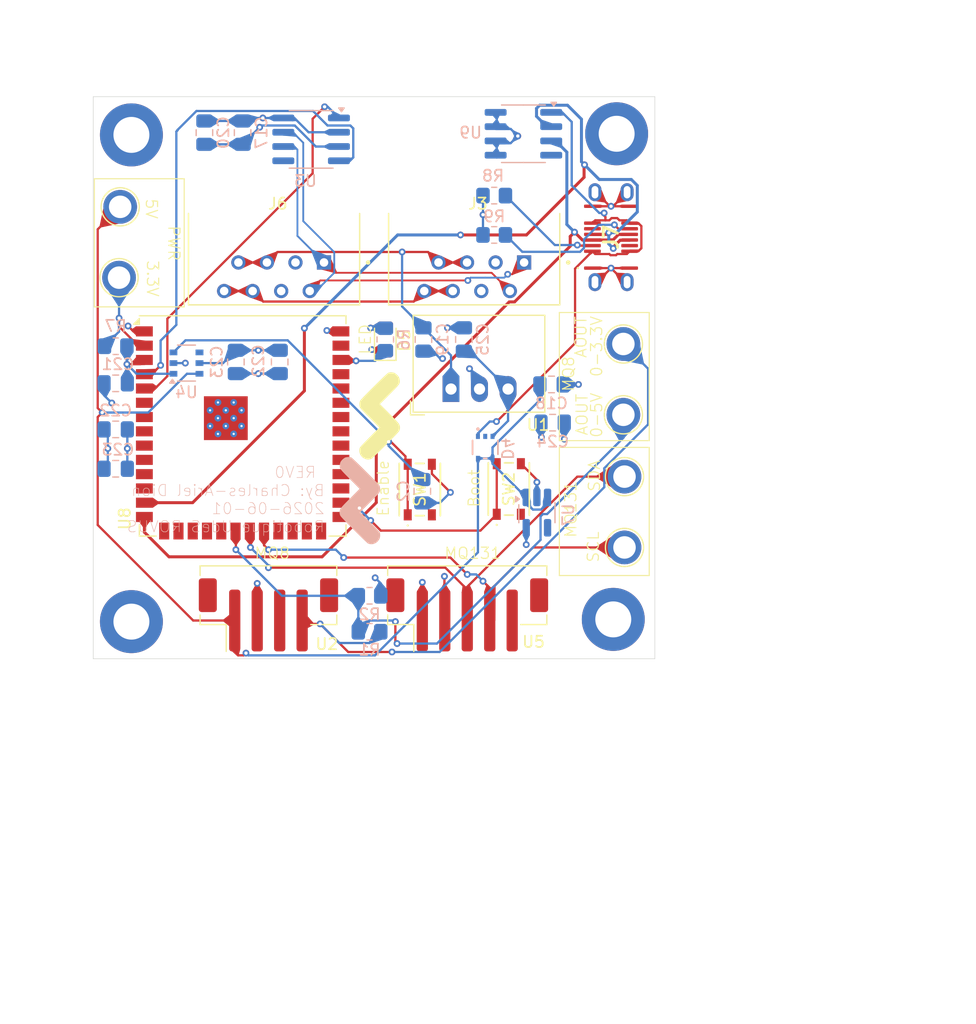
<source format=kicad_pcb>
(kicad_pcb (version 20241229) (generator "pcbnew") (generator_version "9.0")
  (layers (0 "F.Cu" signal) (4 "In1.Cu" power "GND") (6 "In2.Cu" power "3.3V") (2 "B.Cu" signal) (13 "F.Paste" user) (15 "B.Paste" user) (5 "F.SilkS" user "F.Silkscreen") (7 "B.SilkS" user "B.Silkscreen") (1 "F.Mask" user) (3 "B.Mask" user) (25 "Edge.Cuts" user))
  (property "AUTHOR" "<ENTER_AUTOR_HERE>")
  (property "GROUP_NAME" "Robotique UdeS")
  (property "REVISION" "0")
  (property "TEAM" "ROVUS")
  (net 0 "")
  (net 1 "GND")
  (net 2 "EN_ESP")
  (net 3 "+3.3V")
  (net 4 "+5V")
  (net 5 "+24V")
  (net 6 "+5V_ETH")
  (net 8 "+5V_USB")
  (net 9 "Net-(D5-A)")
  (net 11 "CAN_N")
  (net 13 "CAN_P")
  (net 14 "EN_SW")
  (net 17 "USB_P")
  (net 18 "Net-(J7-CC2)")
  (net 19 "Net-(J7-CC1)")
  (net 20 "USB_N")
  (net 26 "LED_BUILDIN")
  (net 27 "GPIO_0")
  (net 28 "MQ131_SDA")
  (net 29 "MQ131_SCL")
  (net 30 "MQ8_AOUT")
  (net 31 "RXC")
  (net 32 "TXC")
  (net 63 "/Sensors/MQ8_AOUT_5V")
  (footprint "RoverFootprint:MountingHole" (layer "F.Cu") (at 76.6 33.3)
    (property "Reference" "H10" (hide yes))
    (property "Value" "MountingHole_Pad")
  )
  (footprint "LED_SMD:LED_0805_2012Metric_Pad1.15x1.40mm_HandSolder" (layer "F.Cu") (at 56 51.6 90)
    (property "Reference" "D5")
    (property "Value" "B")
  )
  (footprint "RoverFootprint:Ethernet_Horizontal" (layer "F.Cu") (at 46.1 38.4 180)
    (property "Reference" "J6")
    (property "Value" "Eth-Horiz")
  )
  (footprint "RoverFootprint:Ethernet_Horizontal" (layer "F.Cu") (at 63.916 38.4 180)
    (property "Reference" "J3")
    (property "Value" "Eth-Horiz")
  )
  (footprint "RoverFootprint:USB4145_GCT" (layer "F.Cu") (at 76.1 42.5 90)
    (property "Reference" "J7")
    (property "Value" "USB_C_USB4145-GCT" (hide yes))
  )
  (footprint "Connector_JST:JST_PH_B5B-PH-SM4-TB_1x05-1MP_P2.00mm_Vertical" (layer "F.Cu") (at 63.3 76.1)
    (property "Reference" "U5")
    (property "Value" "MQ-131")
  )
  (footprint "Converter_DCDC:Converter_DCDC_RECOM_R-78E-0.5_THT" (layer "F.Cu") (at 61.853 56.0075)
    (property "Reference" "U1")
    (property "Value" "R-78E5.0-0.5")
  )
  (footprint "RoverFootprint:MountingHole" (layer "F.Cu") (at 33.4 33.4)
    (property "Reference" "H9" (hide yes))
    (property "Value" "MountingHole_Pad")
  )
  (footprint "RoverFootprint:MountingHole" (layer "F.Cu") (at 76.3 76.5)
    (property "Reference" "H11" (hide yes))
    (property "Value" "MountingHole_Pad")
  )
  (footprint "RoverFootprint:SW-PTS815 SJM250SMTRLFS" (layer "F.Cu") (at 67 64.9 90)
    (property "Reference" "SW2")
    (property "Value" "SW-PTS815SJM250SMTRLFS")
  )
  (footprint "TestPoint:TestPoint_Plated_Hole_D2.0mm" (layer "F.Cu") (at 77.2 58.3 90)
    (property "Reference" "TP4" (hide yes))
    (property "Value" "TestPoint")
  )
  (footprint "RoverFootprint:MountingHole" (layer "F.Cu") (at 33.4 76.7)
    (property "Reference" "H12" (hide yes))
    (property "Value" "MountingHole_Pad")
  )
  (footprint "TestPoint:TestPoint_Plated_Hole_D2.0mm" (layer "F.Cu") (at 77.2 52 90)
    (property "Reference" "TP1" (hide yes))
    (property "Value" "TestPoint")
  )
  (footprint "TestPoint:TestPoint_Plated_Hole_D2.0mm" (layer "F.Cu") (at 32.3 46.1 -90)
    (property "Reference" "TP6" (hide yes))
    (property "Value" "TestPoint")
  )
  (footprint "RoverFootprint:SW-PTS815 SJM250SMTRLFS" (layer "F.Cu") (at 59.074999 64.950001 90)
    (property "Reference" "SW1")
    (property "Value" "SW-PTS815SJM250SMTRLFS")
  )
  (footprint "TestPoint:TestPoint_Plated_Hole_D2.0mm" (layer "F.Cu") (at 77.3 70.1 90)
    (property "Reference" "TP3" (hide yes))
    (property "Value" "TestPoint")
  )
  (footprint "RF_Module:ESP32-S3-WROOM-1U" (layer "F.Cu") (at 43.304394 59.29)
    (property "Reference" "U8")
    (property "Value" "ESP32-S3-WROVER")
  )
  (footprint "TestPoint:TestPoint_Plated_Hole_D2.0mm" (layer "F.Cu") (at 32.4 39.8 -90)
    (property "Reference" "TP7" (hide yes))
    (property "Value" "TestPoint")
  )
  (footprint "TestPoint:TestPoint_Plated_Hole_D2.0mm" (layer "F.Cu") (at 77.3 63.8 90)
    (property "Reference" "TP2" (hide yes))
    (property "Value" "TestPoint")
  )
  (footprint "Connector_JST:JST_PH_B4B-PH-SM4-TB_1x04-1MP_P2.00mm_Vertical" (layer "F.Cu") (at 45.6 76.1)
    (property "Reference" "U2")
    (property "Value" "MQ-8")
  )
  (footprint "LOGO" (layer "F.Cu") (at 55.339123 58.164498)
    (property "Reference" "G***" (hide yes))
    (property "Value" "LOGO" (hide yes))
  )
  (footprint "Capacitor_SMD:C_0805_2012Metric_Pad1.18x1.45mm_HandSolder" (layer "B.Cu") (at 59.4 51.6 -90)
    (property "Reference" "C19")
    (property "Value" "10uF")
  )
  (footprint "Capacitor_SMD:C_0805_2012Metric_Pad1.18x1.45mm_HandSolder" (layer "B.Cu") (at 59.3 65.1 -90)
    (property "Reference" "C2")
    (property "Value" "100nF")
  )
  (footprint "Resistor_SMD:R_0805_2012Metric_Pad1.20x1.40mm_HandSolder" (layer "B.Cu") (at 32 52.2)
    (property "Reference" "R7")
    (property "Value" "10k")
  )
  (footprint "Capacitor_SMD:C_0805_2012Metric_Pad1.18x1.45mm_HandSolder" (layer "B.Cu") (at 63 51.6 90)
    (property "Reference" "C25")
    (property "Value" "10uF")
  )
  (footprint "Package_TO_SOT_SMD:SOT-23-5_HandSoldering" (layer "B.Cu") (at 69.5 67 -90)
    (property "Reference" "U7")
    (property "Value" "LDO-TLV74033PDBVR")
  )
  (footprint "Capacitor_SMD:C_0805_2012Metric_Pad1.18x1.45mm_HandSolder" (layer "B.Cu") (at 46.6 53.6 -90)
    (property "Reference" "C22")
    (property "Value" "10uF")
  )
  (footprint "Capacitor_SMD:C_0805_2012Metric_Pad1.18x1.45mm_HandSolder" (layer "B.Cu") (at 70.9 59)
    (property "Reference" "C24")
    (property "Value" "10uF")
  )
  (footprint "Capacitor_SMD:C_0805_2012Metric_Pad1.18x1.45mm_HandSolder" (layer "B.Cu") (at 42.7 53.6 90)
    (property "Reference" "C23")
    (property "Value" "100nF")
  )
  (footprint "Capacitor_SMD:C_0805_2012Metric_Pad1.18x1.45mm_HandSolder" (layer "B.Cu") (at 32 59.6 180)
    (property "Reference" "C22")
    (property "Value" "10uF")
  )
  (footprint "Resistor_SMD:R_0805_2012Metric_Pad1.20x1.40mm_HandSolder" (layer "B.Cu") (at 65.7 42.3 180)
    (property "Reference" "R9")
    (property "Value" "5k")
  )
  (footprint "Package_SO:TSOP-6_1.65x3.05mm_P0.95mm" (layer "B.Cu") (at 38.3 53.7)
    (property "Reference" "U4")
    (property "Value" "Volt_check-NCV308")
  )
  (footprint "Resistor_SMD:R_0805_2012Metric_Pad1.20x1.40mm_HandSolder" (layer "B.Cu") (at 65.7 38.8 180)
    (property "Reference" "R8")
    (property "Value" "5k")
  )
  (footprint "Capacitor_SMD:C_0805_2012Metric_Pad1.18x1.45mm_HandSolder" (layer "B.Cu") (at 39.9 33.2 90)
    (property "Reference" "C20")
    (property "Value" "100nF")
  )
  (footprint "Resistor_SMD:R_0805_2012Metric_Pad1.20x1.40mm_HandSolder" (layer "B.Cu") (at 54.6 74.4)
    (property "Reference" "R2")
    (property "Value" "20k")
  )
  (footprint "Resistor_SMD:R_0805_2012Metric_Pad1.20x1.40mm_HandSolder" (layer "B.Cu") (at 54.6 77.6 180)
    (property "Reference" "R1")
    (property "Value" "10k")
  )
  (footprint "Capacitor_SMD:C_0805_2012Metric_Pad1.18x1.45mm_HandSolder" (layer "B.Cu") (at 32 55.5 180)
    (property "Reference" "C21")
    (property "Value" "1uF")
  )
  (footprint "LOGO" (layer "B.Cu") (at 53.9 65.7 180)
    (property "Reference" "G***" (hide yes))
    (property "Value" "LOGO" (hide yes))
  )
  (footprint "Capacitor_SMD:C_0805_2012Metric_Pad1.18x1.45mm_HandSolder" (layer "B.Cu") (at 70.8 55.6)
    (property "Reference" "C18")
    (property "Value" "10uF")
  )
  (footprint "Resistor_SMD:R_0805_2012Metric_Pad1.20x1.40mm_HandSolder" (layer "B.Cu") (at 56 51.6 90)
    (property "Reference" "R6")
    (property "Value" "1k")
  )
  (footprint "RoverFootprint:Diode_schottky-CVJ10F30" (layer "B.Cu") (at 64.9 61.2 -90)
    (property "Reference" "D4")
    (property "Value" "CVJ10F30")
  )
  (footprint "Capacitor_SMD:C_0805_2012Metric_Pad1.18x1.45mm_HandSolder" (layer "B.Cu") (at 43.3 33.2 90)
    (property "Reference" "C17")
    (property "Value" "10uF")
  )
  (footprint "Package_SO:SOIC-8_3.9x4.9mm_P1.27mm" (layer "B.Cu") (at 49.4 33.8 180)
    (property "Reference" "U3")
    (property "Value" "SN65HVD232")
  )
  (footprint "Package_SO:SOIC-8_3.9x4.9mm_P1.27mm" (layer "B.Cu") (at 68.3 33.3 180)
    (property "Reference" "U9")
    (property "Value" "TVS")
  )
  (footprint "Capacitor_SMD:C_0805_2012Metric_Pad1.18x1.45mm_HandSolder" (layer "B.Cu") (at 32 63.1)
    (property "Reference" "C23")
    (property "Value" "100nF")
  )
  (gr_line (start 79.5 72.6) (end 71.5 72.6) (stroke (width 0.1)) (layer "F.SilkS"))
  (gr_line (start 71.5 72.6) (end 71.5 61.2) (stroke (width 0.1)) (layer "F.SilkS"))
  (gr_line (start 71.5 61.2) (end 79.5 61.2) (stroke (width 0.1)) (layer "F.SilkS"))
  (gr_line (start 79.5 60.6) (end 71.5 60.6) (stroke (width 0.1)) (layer "F.SilkS"))
  (gr_line (start 30.1 37.3) (end 38.1 37.3) (stroke (width 0.1)) (layer "F.SilkS"))
  (gr_line (start 71.5 49.2) (end 79.5 49.2) (stroke (width 0.1)) (layer "F.SilkS"))
  (gr_line (start 30.1 48.7) (end 30.1 37.3) (stroke (width 0.1)) (layer "F.SilkS"))
  (gr_line (start 79.5 49.2) (end 79.5 60.6) (stroke (width 0.1)) (layer "F.SilkS"))
  (gr_line (start 38.1 37.3) (end 38.1 48.7) (stroke (width 0.1)) (layer "F.SilkS"))
  (gr_line (start 71.5 60.6) (end 71.5 49.2) (stroke (width 0.1)) (layer "F.SilkS"))
  (gr_line (start 79.5 61.2) (end 79.5 72.6) (stroke (width 0.1)) (layer "F.SilkS"))
  (gr_line (start 38.1 48.7) (end 30.1 48.7) (stroke (width 0.1)) (layer "F.SilkS"))
  (gr_line (start 30 30) (end 80 30) (stroke (width 0.05)) (layer "Edge.Cuts"))
  (gr_line (start 30 30) (end 30 80) (stroke (width 0.05)) (layer "Edge.Cuts"))
  (gr_line (start 30 80) (end 80 80) (stroke (width 0.05)) (layer "Edge.Cuts"))
  (gr_line (start 80 30) (end 80 80) (stroke (width 0.05)) (layer "Edge.Cuts"))
  (gr_text "0-3.3V" (at 75.4 55 90) (layer "F.SilkS") (effects (font (size 1 1) (thickness 0.1)) (justify left bottom)))
  (gr_text "Enable" (at 56.4 67.4 90) (layer "F.SilkS") (effects (font (size 1 1) (thickness 0.1)) (justify left bottom)))
  (gr_text "PWR" (at 36.6 41.4 270) (layer "F.SilkS") (effects (font (size 1 1) (thickness 0.1)) (justify left bottom)))
  (gr_text "MQ8" (at 72.9 56.3 90) (layer "F.SilkS") (effects (font (size 1 1) (thickness 0.1)) (justify left bottom)))
  (gr_text "SDA\n" (at 75.2 65.2 90) (layer "F.SilkS") (effects (font (size 1 1) (thickness 0.1)) (justify left bottom)))
  (gr_text "LED" (at 54.8 53 90) (layer "F.SilkS") (effects (font (size 1 1) (thickness 0.1)) (justify left bottom)))
  (gr_text "MQ8" (at 44.3 71.2 0) (layer "F.SilkS") (effects (font (size 1 1) (thickness 0.1)) (justify left bottom)))
  (gr_text "0-5V" (at 75.4 60.4 90) (layer "F.SilkS") (effects (font (size 1 1) (thickness 0.1)) (justify left bottom)))
  (gr_text "3.3V" (at 34.7 44.5 270) (layer "F.SilkS") (effects (font (size 1 1) (thickness 0.1)) (justify left bottom)))
  (gr_text "AOUT" (at 74.1 60.2 90) (layer "F.SilkS") (effects (font (size 1 1) (thickness 0.1)) (justify left bottom)))
  (gr_text "Boot" (at 64.5 66.6 90) (layer "F.SilkS") (effects (font (size 1 1) (thickness 0.1)) (justify left bottom)))
  (gr_text "MQ131" (at 61.2 71.2 0) (layer "F.SilkS") (effects (font (size 1 1) (thickness 0.1)) (justify left bottom)))
  (gr_text "5V" (at 34.6 39 270) (layer "F.SilkS") (effects (font (size 1 1) (thickness 0.1)) (justify left bottom)))
  (gr_text "SCL" (at 75.1 71.5 90) (layer "F.SilkS") (effects (font (size 1 1) (thickness 0.1)) (justify left bottom)))
  (gr_text "MQ131" (at 73.1 69.3 90) (layer "F.SilkS") (effects (font (size 1 1) (thickness 0.1)) (justify left bottom)))
  (gr_text "AOUT" (at 74 53.3 90) (layer "F.SilkS") (effects (font (size 1 1) (thickness 0.1)) (justify left bottom)))
  (gr_text "${PROJECTNAME} REV${REVISION}\nBy: Charles-Ariel Dion\n${CURRENT_DATE}\n${GROUP_NAME} ${TEAM}\n" (at 50.639123 68.835502 0) (layer "B.SilkS") (effects (font (size 1 1) (thickness 0.05) (bold yes)) (justify left bottom mirror)))
  (segment (start 44.195 47.29) (end 45.13 48.225) (width 0.2) (layer "F.Cu") (net 1))
  (segment (start 75.07 46.28) (end 75.07 46.5) (width 0.2) (layer "F.Cu") (net 1))
  (segment (start 76.1 45.25) (end 77.35 46.5) (width 0.2) (layer "F.Cu") (net 1))
  (segment (start 77.53 38.5) (end 76.28 39.75) (width 0.2) (layer "F.Cu") (net 1))
  (segment (start 33.58 50.88) (end 33.1 50.4) (width 0.2) (layer "F.Cu") (net 1))
  (segment (start 68.074999 62.649999) (end 69.5 64.075) (width 0.2) (layer "F.Cu") (net 1))
  (segment (start 77.35 46.5) (end 77.93 46.5) (width 0.2) (layer "F.Cu") (net 1))
  (segment (start 76.1 45.25) (end 75.07 46.28) (width 0.2) (layer "F.Cu") (net 1))
  (segment (start 61.268815 72.668815) (end 61.268815 74.568815) (width 0.2) (layer "F.Cu") (net 1))
  (segment (start 61.268815 74.568815) (end 61.3 74.6) (width 0.2) (layer "F.Cu") (net 1))
  (segment (start 69.5 64.075) (end 69.5 64.3) (width 0.2) (layer "F.Cu") (net 1))
  (segment (start 74.67 38.5) (end 74.75 38.5) (width 0.2) (layer "F.Cu") (net 1))
  (segment (start 45.13 48.225) (end 56.5 48.225) (width 0.2) (layer "F.Cu") (net 1))
  (segment (start 52.054394 50.88) (end 50.88 50.88) (width 0.2) (layer "F.Cu") (net 1))
  (segment (start 41.655 47.29) (end 44.195 47.29) (width 0.2) (layer "F.Cu") (net 1))
  (segment (start 60.149998 62.7) (end 60.149998 63.549998) (width 0.2) (layer "F.Cu") (net 1))
  (segment (start 60.149998 63.549998) (end 61.8 65.2) (width 0.2) (layer "F.Cu") (net 1))
  (segment (start 56.5 48.225) (end 58.536 48.225) (width 0.2) (layer "F.Cu") (net 1))
  (segment (start 34.554394 50.88) (end 33.58 50.88) (width 0.2) (layer "F.Cu") (net 1))
  (segment (start 76.3 45.25) (end 76.1 45.25) (width 0.2) (layer "F.Cu") (net 1))
  (segment (start 50.88 50.88) (end 50.8 50.8) (width 0.2) (layer "F.Cu") (net 1))
  (segment (start 54.925 52.625) (end 54.8 52.5) (width 0.2) (layer "F.Cu") (net 1))
  (segment (start 74.75 38.5) (end 76 39.75) (width 0.2) (layer "F.Cu") (net 1))
  (segment (start 76.28 39.75) (end 76.1 39.75) (width 0.2) (layer "F.Cu") (net 1))
  (segment (start 74.445 39.75) (end 76 39.75) (width 0.2) (layer "F.Cu") (net 1))
  (segment (start 76 39.75) (end 77.755 39.75) (width 0.2) (layer "F.Cu") (net 1))
  (segment (start 59.471 47.29) (end 62.011 47.29) (width 0.2) (layer "F.Cu") (net 1))
  (segment (start 44.6 76.6) (end 44.6 73.3) (width 0.2) (layer "F.Cu") (net 1))
  (segment (start 76.1 39.75) (end 76 39.75) (width 0.2) (layer "F.Cu") (net 1))
  (segment (start 56 52.625) (end 54.925 52.625) (width 0.2) (layer "F.Cu") (net 1))
  (segment (start 74.845 45.25) (end 76.3 45.25) (width 0.2) (layer "F.Cu") (net 1))
  (segment (start 61.3 74.6) (end 61.3 76.6) (width 0.2) (layer "F.Cu") (net 1))
  (segment (start 58.536 48.225) (end 59.471 47.29) (width 0.2) (layer "F.Cu") (net 1))
  (segment (start 76.3 45.25) (end 78.155 45.25) (width 0.2) (layer "F.Cu") (net 1))
  (via (at 76.1 39.75) (size 0.6) (drill 0.3) (layers "F.Cu" "B.Cu") (net 1))
  (via (at 38.2 53.7) (size 0.6) (drill 0.3) (layers "F.Cu" "B.Cu") (net 1))
  (via (at 63.5 54.2) (size 0.6) (drill 0.3) (layers "F.Cu" "B.Cu") (net 1))
  (via (at 71.9375 60.4625) (size 0.6) (drill 0.3) (layers "F.Cu" "B.Cu") (net 1))
  (via (at 61.268815 72.668815) (size 0.6) (drill 0.3) (layers "F.Cu" "B.Cu") (net 1))
  (via (at 55.1 72.8) (size 0.6) (drill 0.3) (layers "F.Cu" "B.Cu") (net 1))
  (via (at 76.1 45.25) (size 0.6) (drill 0.3) (layers "F.Cu" "B.Cu") (net 1))
  (via (at 64.7 40.5) (size 0.6) (drill 0.3) (layers "F.Cu" "B.Cu") (net 1))
  (via (at 61.1 53.3) (size 0.6) (drill 0.3) (layers "F.Cu" "B.Cu") (net 1))
  (via (at 54.8 52.5) (size 0.6) (drill 0.3) (layers "F.Cu" "B.Cu") (net 1))
  (via (at 61.8 65.2) (size 0.6) (drill 0.3) (layers "F.Cu" "B.Cu") (net 1))
  (via (at 31.3 61.3) (size 0.6) (drill 0.3) (layers "F.Cu" "B.Cu") (net 1))
  (via (at 61.5375 50.5625) (size 0.6) (drill 0.3) (layers "F.Cu" "B.Cu") (net 1))
  (via (at 67.8 33.5) (size 0.6) (drill 0.3) (layers "F.Cu" "B.Cu") (net 1))
  (via (at 45.1 31.895) (size 0.6) (drill 0.3) (layers "F.Cu" "B.Cu") (net 1))
  (via (at 44.7 54.6375) (size 0.6) (drill 0.3) (layers "F.Cu" "B.Cu") (net 1))
  (via (at 73.2 55.6) (size 0.6) (drill 0.3) (layers "F.Cu" "B.Cu") (net 1))
  (via (at 50.8 50.8) (size 0.6) (drill 0.3) (layers "F.Cu" "B.Cu") (net 1))
  (via (at 69.5 64.3) (size 0.6) (drill 0.3) (layers "F.Cu" "B.Cu") (net 1))
  (via (at 31.65 57.25) (size 0.6) (drill 0.3) (layers "F.Cu" "B.Cu") (net 1))
  (via (at 33.1 50.4) (size 0.6) (drill 0.3) (layers "F.Cu" "B.Cu") (net 1))
  (via (at 44.6 73.3) (size 0.6) (drill 0.3) (layers "F.Cu" "B.Cu") (net 1))
  (segment (start 65.925 32.865) (end 65.99 32.8) (width 0.2) (layer "B.Cu") (net 1))
  (segment (start 71.9375 59) (end 71.9375 60.3) (width 0.2) (layer "B.Cu") (net 1))
  (segment (start 65.925 32.865) (end 67.165 32.865) (width 0.2) (layer "B.Cu") (net 1))
  (segment (start 45.1 31.895) (end 43.5675 31.895) (width 0.2) (layer "B.Cu") (net 1))
  (segment (start 61.1 53.3) (end 60.9 53.3) (width 0.2) (layer "B.Cu") (net 1))
  (segment (start 30.9625 55.5) (end 30.9625 56.5625) (width 0.2) (layer "B.Cu") (net 1))
  (segment (start 65.305 31.595) (end 65.925 31.595) (width 0.2) (layer "B.Cu") (net 1))
  (segment (start 30.9625 63.1) (end 31.3 62.7625) (width 0.2) (layer "B.Cu") (net 1))
  (segment (start 67.165 32.865) (end 67.8 33.5) (width 0.2) (layer "B.Cu") (net 1))
  (segment (start 67.165 34.135) (end 67.8 33.5) (width 0.2) (layer "B.Cu") (net 1))
  (segment (start 64.393 56.0075) (end 64.393 55.093) (width 0.2) (layer "B.Cu") (net 1))
  (segment (start 31.3 62.7625) (end 31.3 61.3) (width 0.2) (layer "B.Cu") (net 1))
  (segment (start 30.9625 56.5625) (end 31.65 57.25) (width 0.2) (layer "B.Cu") (net 1))
  (segment (start 46.925 31.895) (end 47.899999 31.895) (width 0.2) (layer "B.Cu") (net 1))
  (segment (start 60.9 53.3) (end 60.2375 52.6375) (width 0.2) (layer "B.Cu") (net 1))
  (segment (start 31.65 57.25) (end 31.7 57.3) (width 0.2) (layer "B.Cu") (net 1))
  (segment (start 65.925 34.135) (end 67.165 34.135) (width 0.2) (layer "B.Cu") (net 1))
  (segment (start 31.3 61.3) (end 31.3 59.9375) (width 0.2) (layer "B.Cu") (net 1))
  (segment (start 46.925 31.895) (end 45.1 31.895) (width 0.2) (layer "B.Cu") (net 1))
  (segment (start 64.7 38.8) (end 64.7 40.5) (width 0.2) (layer "B.Cu") (net 1))
  (segment (start 60.2375 52.6375) (end 59.4 52.6375) (width 0.2) (layer "B.Cu") (net 1))
  (segment (start 37.14 53.7) (end 38.2 53.7) (width 0.2) (layer "B.Cu") (net 1))
  (segment (start 31.3 59.9375) (end 30.9625 59.6) (width 0.2) (layer "B.Cu") (net 1))
  (segment (start 43.5675 31.895) (end 43.3 32.1625) (width 0.2) (layer "B.Cu") (net 1))
  (segment (start 64.7 40.5) (end 64.7 42.3) (width 0.2) (layer "B.Cu") (net 1))
  (segment (start 43.3 32.1625) (end 39.9 32.1625) (width 0.2) (layer "B.Cu") (net 1))
  (segment (start 44.7 54.6375) (end 46.6 54.6375) (width 0.2) (layer "B.Cu") (net 1))
  (segment (start 65.925 35.405) (end 65.925 34.135) (width 0.2) (layer "B.Cu") (net 1))
  (segment (start 42.7 54.6375) (end 44.7 54.6375) (width 0.2) (layer "B.Cu") (net 1))
  (segment (start 64.393 55.093) (end 63.5 54.2) (width 0.2) (layer "B.Cu") (net 1))
  (segment (start 59.3 66.1375) (end 60.8625 66.1375) (width 0.2) (layer "B.Cu") (net 1))
  (segment (start 63 50.5625) (end 61.5375 50.5625) (width 0.2) (layer "B.Cu") (net 1))
  (segment (start 49.169999 33.165) (end 51.875 33.165) (width 0.2) (layer "B.Cu") (net 1))
  (segment (start 65.925 31.595) (end 65.925 32.865) (width 0.2) (layer "B.Cu") (net 1))
  (segment (start 69.5 65.65) (end 69.5 64.3) (width 0.2) (layer "B.Cu") (net 1))
  (segment (start 60.8625 66.1375) (end 61.8 65.2) (width 0.2) (layer "B.Cu") (net 1))
  (segment (start 60.9 53.3) (end 60.8 53.2) (width 0.2) (layer "B.Cu") (net 1))
  (segment (start 55.6 73.3) (end 55.1 72.8) (width 0.2) (layer "B.Cu") (net 1))
  (segment (start 47.899999 31.895) (end 49.169999 33.165) (width 0.2) (layer "B.Cu") (net 1))
  (segment (start 67.9 33.4) (end 67.8 33.5) (width 0.2) (layer "B.Cu") (net 1))
  (segment (start 55.6 74.4) (end 55.6 73.3) (width 0.2) (layer "B.Cu") (net 1))
  (segment (start 71.8375 55.6) (end 73.2 55.6) (width 0.2) (layer "B.Cu") (net 1))
  (segment (start 71.9375 60.4625) (end 71.9 60.5) (width 0.2) (layer "B.Cu") (net 1))
  (segment (start 34.174394 53.8) (end 34.554394 53.42) (width 0.2) (layer "F.Cu") (net 2))
  (segment (start 33 53.8) (end 34.174394 53.8) (width 0.2) (layer "F.Cu") (net 2))
  (via (at 33 53.8) (size 0.6) (drill 0.3) (layers "F.Cu" "B.Cu") (net 2))
  (segment (start 33 53.8) (end 33 55.4625) (width 0.2) (layer "B.Cu") (net 2))
  (segment (start 33.85 54.65) (end 33 53.8) (width 0.2) (layer "B.Cu") (net 2))
  (segment (start 33 55.4625) (end 33.0375 55.5) (width 0.2) (layer "B.Cu") (net 2))
  (segment (start 33 52.2) (end 33 53.8) (width 0.2) (layer "B.Cu") (net 2))
  (segment (start 37.14 54.65) (end 33.85 54.65) (width 0.2) (layer "B.Cu") (net 2))
  (segment (start 34.554394 52.15) (end 34.000057 52.15) (width 0.2) (layer "F.Cu") (net 3))
  (segment (start 59.3 76.6) (end 59.3 73.2) (width 0.2) (layer "F.Cu") (net 3))
  (segment (start 34.000057 52.15) (end 32.3 50.449943) (width 0.2) (layer "F.Cu") (net 3))
  (segment (start 32.3 50.449943) (end 32.3 49.7) (width 0.2) (layer "F.Cu") (net 3))
  (via (at 68.55 69.85) (size 0.6) (drill 0.3) (layers "F.Cu" "B.Cu") (net 3))
  (via (at 32.3 49.7) (size 0.6) (drill 0.3) (layers "F.Cu" "B.Cu") (net 3))
  (via (at 44.81875 32.71875) (size 0.6) (drill 0.3) (layers "F.Cu" "B.Cu") (net 3))
  (via (at 44.7 52.5625) (size 0.6) (drill 0.3) (layers "F.Cu" "B.Cu") (net 3))
  (via (at 59.3 73.2) (size 0.6) (drill 0.3) (layers "F.Cu" "B.Cu") (net 3))
  (via (at 33.0375 61.3) (size 0.6) (drill 0.3) (layers "F.Cu" "B.Cu") (net 3))
  (via (at 69.9 60.3) (size 0.6) (drill 0.3) (layers "F.Cu" "B.Cu") (net 3))
  (segment (start 44.81875 32.71875) (end 44.9735 32.564) (width 0.2) (layer "B.Cu") (net 3))
  (segment (start 47.940968 32.564) (end 47.8 32.564) (width 0.2) (layer "B.Cu") (net 3))
  (segment (start 44.7 52.5625) (end 42.7 52.5625) (width 0.2) (layer "B.Cu") (net 3))
  (segment (start 41.5625 53.7) (end 42.7 52.5625) (width 0.2) (layer "B.Cu") (net 3))
  (segment (start 32.3 50.9) (end 31 52.2) (width 0.2) (layer "B.Cu") (net 3))
  (segment (start 69.8625 60.2625) (end 69.9 60.3) (width 0.2) (layer "B.Cu") (net 3))
  (segment (start 49.811968 34.435) (end 47.940968 32.564) (width 0.2) (layer "B.Cu") (net 3))
  (segment (start 68.55 68.35) (end 68.55 69.85) (width 0.2) (layer "B.Cu") (net 3))
  (segment (start 69.8625 59) (end 69.8625 60.2625) (width 0.2) (layer "B.Cu") (net 3))
  (segment (start 46.6 52.5625) (end 44.7 52.5625) (width 0.2) (layer "B.Cu") (net 3))
  (segment (start 43.3 34.2375) (end 39.9 34.2375) (width 0.2) (layer "B.Cu") (net 3))
  (segment (start 43.3 34.2375) (end 44.81875 32.71875) (width 0.2) (layer "B.Cu") (net 3))
  (segment (start 51.875 34.435) (end 49.811968 34.435) (width 0.2) (layer "B.Cu") (net 3))
  (segment (start 39.46 53.7) (end 41.5625 53.7) (width 0.2) (layer "B.Cu") (net 3))
  (segment (start 33.0375 59.6) (end 33.0375 61.3) (width 0.2) (layer "B.Cu") (net 3))
  (segment (start 32.3 46.1) (end 32.3 49.7) (width 0.2) (layer "B.Cu") (net 3))
  (segment (start 32.3 49.7) (end 32.3 50.9) (width 0.2) (layer "B.Cu") (net 3))
  (segment (start 44.9735 32.564) (end 47.8 32.564) (width 0.2) (layer "B.Cu") (net 3))
  (segment (start 33.0375 61.3) (end 33.0375 63.1) (width 0.2) (layer "B.Cu") (net 3))
  (segment (start 42.6 76.6) (end 42.6 79.4) (width 0.2) (layer "F.Cu") (net 4))
  (segment (start 30.4 68.1) (end 38.9 76.6) (width 0.2) (layer "F.Cu") (net 4))
  (segment (start 42.6 79.4) (end 42.899 79.699) (width 0.2) (layer "F.Cu") (net 4))
  (segment (start 30.8 58.1) (end 30.4 58.5) (width 0.2) (layer "F.Cu") (net 4))
  (segment (start 38.9 76.6) (end 42.6 76.6) (width 0.2) (layer "F.Cu") (net 4))
  (segment (start 30.4 58.5) (end 30.4 68.1) (width 0.2) (layer "F.Cu") (net 4))
  (segment (start 30.4 41.8) (end 32.4 39.8) (width 0.2) (layer "F.Cu") (net 4))
  (segment (start 42.899 79.699) (end 43.401 79.699) (width 0.2) (layer "F.Cu") (net 4))
  (segment (start 30.4 57.7) (end 30.4 41.8) (width 0.2) (layer "F.Cu") (net 4))
  (segment (start 30.8 58.1) (end 30.4 57.7) (width 0.2) (layer "F.Cu") (net 4))
  (segment (start 43.401 79.699) (end 43.6 79.5) (width 0.2) (layer "F.Cu") (net 4))
  (via (at 30.8 58.1) (size 0.6) (drill 0.3) (layers "F.Cu" "B.Cu") (net 4))
  (via (at 43.6 79.5) (size 0.6) (drill 0.3) (layers "F.Cu" "B.Cu") (net 4))
  (segment (start 69.7625 55.6) (end 69.7625 56.9892) (width 0.2) (layer "B.Cu") (net 4))
  (segment (start 65.549999 62.1779) (end 65.549999 62.649999) (width 0.2) (layer "B.Cu") (net 4))
  (segment (start 34.897 58.1) (end 38.347 54.65) (width 0.2) (layer "B.Cu") (net 4))
  (segment (start 30.8 58.1) (end 34.897 58.1) (width 0.2) (layer "B.Cu") (net 4))
  (segment (start 70.45 66.15) (end 70.45 65.65) (width 0.2) (layer "B.Cu") (net 4))
  (segment (start 38.347 54.65) (end 39.46 54.65) (width 0.2) (layer "B.Cu") (net 4))
  (segment (start 68.55 65.65) (end 68.55 66.13999) (width 0.2) (layer "B.Cu") (net 4))
  (segment (start 65.549999 62.649999) (end 68.55 65.65) (width 0.2) (layer "B.Cu") (net 4))
  (segment (start 43.8 79.7) (end 55.08616 79.7) (width 0.2) (layer "B.Cu") (net 4))
  (segment (start 69.869 66.731) (end 70.45 66.15) (width 0.2) (layer "B.Cu") (net 4))
  (segment (start 65.549999 61.201701) (end 65.549999 62.1779) (width 0.2) (layer "B.Cu") (net 4))
  (segment (start 43.6 79.5) (end 43.8 79.7) (width 0.2) (layer "B.Cu") (net 4))
  (segment (start 65.549999 62.1779) (end 64.250001 62.1779) (width 0.2) (layer "B.Cu") (net 4))
  (segment (start 64.250001 70.536159) (end 64.250001 62.1779) (width 0.2) (layer "B.Cu") (net 4))
  (segment (start 69.7625 56.9892) (end 65.549999 61.201701) (width 0.2) (layer "B.Cu") (net 4))
  (segment (start 68.55 66.13999) (end 69.14101 66.731) (width 0.2) (layer "B.Cu") (net 4))
  (segment (start 55.08616 79.7) (end 64.250001 70.536159) (width 0.2) (layer "B.Cu") (net 4))
  (segment (start 69.14101 66.731) (end 69.869 66.731) (width 0.2) (layer "B.Cu") (net 4))
  (segment (start 60.741 44.75) (end 63.281 44.75) (width 0.2) (layer "F.Cu") (net 5))
  (segment (start 42.925 44.75) (end 45.465 44.75) (width 0.2) (layer "F.Cu") (net 5))
  (segment (start 60.741 44.75) (end 59.806 43.815) (width 0.2) (layer "F.Cu") (net 5))
  (segment (start 46.4 43.815) (end 45.465 44.75) (width 0.2) (layer "F.Cu") (net 5))
  (segment (start 57.5 43.815) (end 46.4 43.815) (width 0.2) (layer "F.Cu") (net 5))
  (segment (start 59.806 43.815) (end 57.5 43.815) (width 0.2) (layer "F.Cu") (net 5))
  (via (at 57.5 43.815) (size 0.6) (drill 0.3) (layers "F.Cu" "B.Cu") (net 5))
  (segment (start 58.21875 49.38125) (end 61.853 53.0155) (width 0.2) (layer "B.Cu") (net 5))
  (segment (start 58.21875 49.38125) (end 59.4 50.5625) (width 0.2) (layer "B.Cu") (net 5))
  (segment (start 61.853 53.0155) (end 61.853 56.0075) (width 0.2) (layer "B.Cu") (net 5))
  (segment (start 57.5 43.815) (end 57.5 48.6625) (width 0.2) (layer "B.Cu") (net 5))
  (segment (start 57.5 48.6625) (end 58.21875 49.38125) (width 0.2) (layer "B.Cu") (net 5))
  (segment (start 63.563 52.6375) (end 66.933 56.0075) (width 0.2) (layer "B.Cu") (net 6))
  (segment (start 66.933 58.839099) (end 65.549999 60.2221) (width 0.2) (layer "B.Cu") (net 6))
  (segment (start 66.933 56.0075) (end 66.933 58.839099) (width 0.2) (layer "B.Cu") (net 6))
  (segment (start 63 52.6375) (end 63.563 52.6375) (width 0.2) (layer "B.Cu") (net 6))
  (segment (start 78.801 41.517176) (end 78.533824 41.25) (width 0.2) (layer "F.Cu") (net 8))
  (segment (start 76.548943 44.101) (end 76.649943 44) (width 0.2) (layer "F.Cu") (net 8))
  (segment (start 74.445 43.75) (end 74.695 44) (width 0.2) (layer "F.Cu") (net 8))
  (segment (start 75.6 40.7) (end 75.6 41) (width 0.2) (layer "F.Cu") (net 8))
  (segment (start 76.648943 40.799) (end 76.849943 41) (width 0.2) (layer "F.Cu") (net 8))
  (segment (start 75.487125 40.35) (end 75.487125 40.587125) (width 0.2) (layer "F.Cu") (net 8))
  (segment (start 74.445 41.25) (end 74.695 41) (width 0.2) (layer "F.Cu") (net 8))
  (segment (start 78.533824 43.75) (end 78.801 43.482824) (width 0.2) (layer "F.Cu") (net 8))
  (segment (start 75.487125 40.587125) (end 75.6 40.7) (width 0.2) (layer "F.Cu") (net 8))
  (segment (start 77.505 41) (end 77.755 41.25) (width 0.2) (layer "F.Cu") (net 8))
  (segment (start 77.755 43.75) (end 78.533824 43.75) (width 0.2) (layer "F.Cu") (net 8))
  (segment (start 65.9 58.9) (end 65.926838 58.9) (width 0.2) (layer "F.Cu") (net 8))
  (segment (start 65.926838 58.9) (end 72.9 51.926838) (width 0.2) (layer "F.Cu") (net 8))
  (segment (start 75.950057 41) (end 76.151057 40.799) (width 0.2) (layer "F.Cu") (net 8))
  (segment (start 74.695 44) (end 75.950057 44) (width 0.2) (layer "F.Cu") (net 8))
  (segment (start 78.533824 41.25) (end 77.755 41.25) (width 0.2) (layer "F.Cu") (net 8))
  (segment (start 74.695 41) (end 75.6 41) (width 0.2) (layer "F.Cu") (net 8))
  (segment (start 77.505 44) (end 77.755 43.75) (width 0.2) (layer "F.Cu") (net 8))
  (segment (start 76.051057 44.101) (end 76.548943 44.101) (width 0.2) (layer "F.Cu") (net 8))
  (segment (start 75.6 41) (end 75.950057 41) (width 0.2) (layer "F.Cu") (net 8))
  (segment (start 76.849943 41) (end 77.505 41) (width 0.2) (layer "F.Cu") (net 8))
  (segment (start 76.151057 40.799) (end 76.648943 40.799) (width 0.2) (layer "F.Cu") (net 8))
  (segment (start 75.950057 44) (end 76.051057 44.101) (width 0.2) (layer "F.Cu") (net 8))
  (segment (start 78.801 43.482824) (end 78.801 41.517176) (width 0.2) (layer "F.Cu") (net 8))
  (segment (start 72.9 45.295) (end 74.445 43.75) (width 0.2) (layer "F.Cu") (net 8))
  (segment (start 72.9 51.926838) (end 72.9 45.295) (width 0.2) (layer "F.Cu") (net 8))
  (segment (start 76.649943 44) (end 77.505 44) (width 0.2) (layer "F.Cu") (net 8))
  (via (at 65.9 58.9) (size 0.6) (drill 0.3) (layers "F.Cu" "B.Cu") (net 8))
  (via (at 75.487125 40.35) (size 0.6) (drill 0.3) (layers "F.Cu" "B.Cu") (net 8))
  (segment (start 64.250001 59.949999) (end 65.3 58.9) (width 0.2) (layer "B.Cu") (net 8))
  (segment (start 72.6 32.245001) (end 71.749999 31.395) (width 0.2) (layer "B.Cu") (net 8))
  (segment (start 75.487125 40.35) (end 75.056149 40.35) (width 0.2) (layer "B.Cu") (net 8))
  (segment (start 64.250001 60.2221) (end 64.250001 59.949999) (width 0.2) (layer "B.Cu") (net 8))
  (segment (start 65.3 58.9) (end 65.9 58.9) (width 0.2) (layer "B.Cu") (net 8))
  (segment (start 72.6 37.893851) (end 72.6 32.245001) (width 0.2) (layer "B.Cu") (net 8))
  (segment (start 75.056149 40.35) (end 72.6 37.893851) (width 0.2) (layer "B.Cu") (net 8))
  (segment (start 71.749999 31.395) (end 70.775 31.395) (width 0.2) (layer "B.Cu") (net 8))
  (segment (start 54.7 50.575) (end 54.675 50.575) (width 0.2) (layer "F.Cu") (net 9))
  (segment (start 56 50.575) (end 54.7 50.575) (width 0.2) (layer "F.Cu") (net 9))
  (via (at 54.7 50.575) (size 0.6) (drill 0.3) (layers "F.Cu" "B.Cu") (net 9))
  (segment (start 54.7 50.575) (end 55.975 50.575) (width 0.2) (layer "B.Cu") (net 9))
  (segment (start 55.975 50.575) (end 56 50.6) (width 0.2) (layer "B.Cu") (net 9))
  (segment (start 65.466 45.665) (end 67.091 47.29) (width 0.16) (layer "F.Cu") (net 11))
  (segment (start 50.545 44.75) (end 51.46 45.665) (width 0.16) (layer "F.Cu") (net 11))
  (segment (start 51.46 45.665) (end 65.466 45.665) (width 0.16) (layer "F.Cu") (net 11))
  (segment (start 47.899999 34.435) (end 46.925 34.435) (width 0.16) (layer "B.Cu") (net 11))
  (segment (start 48.181 34.716001) (end 47.899999 34.435) (width 0.16) (layer "B.Cu") (net 11))
  (segment (start 50.545 44.75) (end 48.181 42.386) (width 0.16) (layer "B.Cu") (net 11))
  (segment (start 48.181 42.386) (end 48.181 34.716001) (width 0.16) (layer "B.Cu") (net 11))
  (segment (start 68.361 44.75) (end 67.311 45.8) (width 0.16) (layer "F.Cu") (net 13))
  (segment (start 63.35 46.35) (end 50.215 46.35) (width 0.16) (layer "F.Cu") (net 13))
  (segment (start 50.215 46.35) (end 49.275 47.29) (width 0.16) (layer "F.Cu") (net 13))
  (segment (start 67.311 45.8) (end 66.9 45.8) (width 0.16) (layer "F.Cu") (net 13))
  (via (at 63.35 46.35) (size 0.6) (drill 0.3) (layers "F.Cu" "B.Cu") (net 13))
  (via (at 66.9 45.8) (size 0.6) (drill 0.3) (layers "F.Cu" "B.Cu") (net 13))
  (segment (start 48.7 34.1) (end 47.765 33.165) (width 0.16) (layer "B.Cu") (net 13))
  (segment (start 49.275 47.29) (end 49.835 47.29) (width 0.16) (layer "B.Cu") (net 13))
  (segment (start 64.9 46.1) (end 63.6 46.1) (width 0.16) (layer "B.Cu") (net 13))
  (segment (start 48.7 41.075) (end 48.7 34.1) (width 0.16) (layer "B.Cu") (net 13))
  (segment (start 66.9 45.8) (end 66.6 46.1) (width 0.16) (layer "B.Cu") (net 13))
  (segment (start 51.46 43.835) (end 48.7 41.075) (width 0.16) (layer "B.Cu") (net 13))
  (segment (start 63.6 46.1) (end 63.35 46.35) (width 0.16) (layer "B.Cu") (net 13))
  (segment (start 47.765 33.165) (end 46.925 33.165) (width 0.16) (layer "B.Cu") (net 13))
  (segment (start 51.46 45.665) (end 51.46 43.835) (width 0.16) (layer "B.Cu") (net 13))
  (segment (start 49.835 47.29) (end 51.46 45.665) (width 0.16) (layer "B.Cu") (net 13))
  (segment (start 66.6 46.1) (end 64.9 46.1) (width 0.16) (layer "B.Cu") (net 13))
  (segment (start 63.35 46.35) (end 63.3 46.4) (width 0.16) (layer "B.Cu") (net 13))
  (segment (start 56.3 60.7) (end 56.5 60.7) (width 0.2) (layer "F.Cu") (net 14))
  (segment (start 56.5 60.7) (end 57.8 62) (width 0.2) (layer "F.Cu") (net 14))
  (segment (start 57.8 62) (end 57.8 62.5) (width 0.2) (layer "F.Cu") (net 14))
  (segment (start 58 62.7) (end 58 67.200002) (width 0.2) (layer "F.Cu") (net 14))
  (segment (start 57.8 62.5) (end 58 62.7) (width 0.2) (layer "F.Cu") (net 14))
  (via (at 56.3 60.7) (size 0.6) (drill 0.3) (layers "F.Cu" "B.Cu") (net 14))
  (segment (start 47.31016 51.674) (end 38.216 51.674) (width 0.2) (layer "B.Cu") (net 14))
  (segment (start 56.3 60.7) (end 56.3 60.66384) (width 0.2) (layer "B.Cu") (net 14))
  (segment (start 56.3 60.66384) (end 47.31016 51.674) (width 0.2) (layer "B.Cu") (net 14))
  (segment (start 56.3 61.0625) (end 56.3 60.7) (width 0.2) (layer "B.Cu") (net 14))
  (segment (start 59.3 64.0625) (end 56.3 61.0625) (width 0.2) (layer "B.Cu") (net 14))
  (segment (start 38.216 51.674) (end 37.14 52.75) (width 0.2) (layer "B.Cu") (net 14))
  (segment (start 67.0369 48.2572) (end 67.5096 48.2572) (width 0.2644) (layer "F.Cu") (net 17))
  (segment (start 72.4668 42.4332) (end 72.85 42.05) (width 0.2644) (layer "F.Cu") (net 17))
  (segment (start 73.55 42.75) (end 74.445 42.75) (width 0.2644) (layer "F.Cu") (net 17))
  (segment (start 55.2 66.110794) (end 55.2 60.0941) (width 0.2644) (layer "F.Cu") (net 17))
  (segment (start 76.289266 42.7332) (end 76.44844 42.574025) (width 0.2644) (layer "F.Cu") (net 17))
  (segment (start 55.2 60.0941) (end 67.0369 48.2572) (width 0.2644) (layer "F.Cu") (net 17))
  (segment (start 76.44844 42.574025) (end 76.772466 42.25) (width 0.2644) (layer "F.Cu") (net 17))
  (segment (start 36.746194 70.9332) (end 50.377594 70.9332) (width 0.2644) (layer "F.Cu") (net 17))
  (segment (start 74.445 42.75) (end 75.95 42.75) (width 0.2644) (layer "F.Cu") (net 17))
  (segment (start 75.95 42.75) (end 75.9668 42.7332) (width 0.2644) (layer "F.Cu") (net 17))
  (segment (start 72.85 42.05) (end 73.55 42.75) (width 0.2644) (layer "F.Cu") (net 17))
  (segment (start 67.5096 48.2572) (end 72.4668 43.3) (width 0.2644) (layer "F.Cu") (net 17))
  (segment (start 72.4668 43.3) (end 72.4668 42.4332) (width 0.2644) (layer "F.Cu") (net 17))
  (segment (start 50.377594 70.9332) (end 55.2 66.110794) (width 0.2644) (layer "F.Cu") (net 17))
  (segment (start 34.554394 67.39) (end 34.554394 68.7414) (width 0.2644) (layer "F.Cu") (net 17))
  (segment (start 76.772466 42.25) (end 77.755 42.25) (width 0.2644) (layer "F.Cu") (net 17))
  (segment (start 75.9668 42.7332) (end 76.289266 42.7332) (width 0.2644) (layer "F.Cu") (net 17))
  (segment (start 34.554394 68.7414) (end 36.746194 70.9332) (width 0.2644) (layer "F.Cu") (net 17))
  (via (at 72.85 42.05) (size 0.6) (drill 0.3) (layers "F.Cu" "B.Cu") (net 17))
  (segment (start 72.1668 41.3668) (end 72.85 42.05) (width 0.2644) (layer "B.Cu") (net 17))
  (segment (start 72.1668 34.934296) (end 72.1668 41.3668) (width 0.2644) (layer "B.Cu") (net 17))
  (segment (start 71.167504 33.935) (end 72.1668 34.934296) (width 0.2644) (layer "B.Cu") (net 17))
  (segment (start 70.775 33.935) (end 71.167504 33.935) (width 0.2644) (layer "B.Cu") (net 17))
  (segment (start 76.4 41.4) (end 76.75 41.75) (width 0.2) (layer "F.Cu") (net 18))
  (segment (start 76.75 41.75) (end 78.155 41.75) (width 0.2) (layer "F.Cu") (net 18))
  (via (at 76.4 41.4) (size 0.6) (drill 0.3) (layers "F.Cu" "B.Cu") (net 18))
  (segment (start 68.201 43.801) (end 73.348943 43.801) (width 0.2) (layer "B.Cu") (net 18))
  (segment (start 66.7 42.3) (end 68.201 43.801) (width 0.2) (layer "B.Cu") (net 18))
  (segment (start 73.7 42.7) (end 73.7 42.950057) (width 0.2) (layer "B.Cu") (net 18))
  (segment (start 73.7 42.950057) (end 73.701 42.951057) (width 0.2) (layer "B.Cu") (net 18))
  (segment (start 73.701 42.951057) (end 73.701 43.448943) (width 0.2) (layer "B.Cu") (net 18))
  (segment (start 75 41.4) (end 73.7 42.7) (width 0.2) (layer "B.Cu") (net 18))
  (segment (start 73.348943 43.801) (end 73.7 43.449943) (width 0.2) (layer "B.Cu") (net 18))
  (segment (start 76.4 41.4) (end 75 41.4) (width 0.2) (layer "B.Cu") (net 18))
  (segment (start 73.701 43.448943) (end 73.7 43.449943) (width 0.2) (layer "B.Cu") (net 18))
  (segment (start 74.445 43.25) (end 73.15 43.25) (width 0.2) (layer "F.Cu") (net 19))
  (segment (start 73.15 43.25) (end 73.1 43.2) (width 0.2) (layer "F.Cu") (net 19))
  (via (at 73.1 43.2) (size 0.6) (drill 0.3) (layers "F.Cu" "B.Cu") (net 19))
  (segment (start 71.1 43.2) (end 73.1 43.2) (width 0.2) (layer "B.Cu") (net 19))
  (segment (start 66.7 38.8) (end 71.1 43.2) (width 0.2) (layer "B.Cu") (net 19))
  (segment (start 38.850794 66.12) (end 48.8 56.170794) (width 0.2644) (layer "F.Cu") (net 20))
  (segment (start 62.7 42.3) (end 68.572024 42.3) (width 0.2644) (layer "F.Cu") (net 20))
  (segment (start 76.91384 42.7668) (end 77.7382 42.7668) (width 0.2644) (layer "F.Cu") (net 20))
  (segment (start 74.445 42.25) (end 75.75 42.25) (width 0.2644) (layer "F.Cu") (net 20))
  (segment (start 76.3 43.38064) (end 76.91384 42.7668) (width 0.2644) (layer "F.Cu") (net 20))
  (segment (start 76.3 43.5) (end 76.3 43.38064) (width 0.2644) (layer "F.Cu") (net 20))
  (segment (start 73.7 37.172024) (end 73.7 36.3) (width 0.2644) (layer "F.Cu") (net 20))
  (segment (start 75.9 42.1) (end 76 42) (width 0.2644) (layer "F.Cu") (net 20))
  (segment (start 48.8 56.170794) (end 48.8 50.6) (width 0.2644) (layer "F.Cu") (net 20))
  (segment (start 77.7382 42.7668) (end 77.755 42.75) (width 0.2644) (layer "F.Cu") (net 20))
  (segment (start 75.75 42.25) (end 75.9 42.1) (width 0.2644) (layer "F.Cu") (net 20))
  (segment (start 34.554394 66.12) (end 38.850794 66.12) (width 0.2644) (layer "F.Cu") (net 20))
  (segment (start 68.572024 42.3) (end 73.7 37.172024) (width 0.2644) (layer "F.Cu") (net 20))
  (via (at 73.739694 36.060306) (size 0.6) (drill 0.3) (layers "F.Cu" "B.Cu") (net 20))
  (via (at 62.7 42.3) (size 0.6) (drill 0.3) (layers "F.Cu" "B.Cu") (net 20))
  (via (at 76.3 43.5) (size 0.6) (drill 0.3) (layers "F.Cu" "B.Cu") (net 20))
  (via (at 48.8 50.6) (size 0.6) (drill 0.3) (layers "F.Cu" "B.Cu") (net 20))
  (via (at 75.9 42.1) (size 0.6) (drill 0.3) (layers "F.Cu" "B.Cu") (net 20))
  (segment (start 70.775 32.665) (end 70.382496 32.665) (width 0.2644) (layer "B.Cu") (net 20))
  (segment (start 75.046189 37.3668) (end 77.906189 37.3668) (width 0.2644) (layer "B.Cu") (net 20))
  (segment (start 78.4382 37.898811) (end 78.4382 40.257281) (width 0.2644) (layer "B.Cu") (net 20))
  (segment (start 69.4668 31.749304) (end 69.4668 31.040696) (width 0.2644) (layer "B.Cu") (net 20))
  (segment (start 73.739694 36.060306) (end 75.046189 37.3668) (width 0.2644) (layer "B.Cu") (net 20))
  (segment (start 72.226414 30.7618) (end 73.4668 32.002186) (width 0.2644) (layer "B.Cu") (net 20))
  (segment (start 75.9 42.1) (end 75.9 43.1) (width 0.2644) (layer "B.Cu") (net 20))
  (segment (start 78.4382 40.257281) (end 76.595481 42.1) (width 0.2644) (layer "B.Cu") (net 20))
  (segment (start 77.906189 37.3668) (end 78.4382 37.898811) (width 0.2644) (layer "B.Cu") (net 20))
  (segment (start 70.382496 32.665) (end 69.4668 31.749304) (width 0.2644) (layer "B.Cu") (net 20))
  (segment (start 69.4668 31.040696) (end 69.745696 30.7618) (width 0.2644) (layer "B.Cu") (net 20))
  (segment (start 48.8 50.6) (end 57.1 42.3) (width 0.2644) (layer "B.Cu") (net 20))
  (segment (start 73.4668 35.787411) (end 73.739694 36.060306) (width 0.2644) (layer "B.Cu") (net 20))
  (segment (start 75.9 43.1) (end 76.3 43.5) (width 0.2644) (layer "B.Cu") (net 20))
  (segment (start 57.1 42.3) (end 62.7 42.3) (width 0.2644) (layer "B.Cu") (net 20))
  (segment (start 73.4668 32.002186) (end 73.4668 35.787411) (width 0.2644) (layer "B.Cu") (net 20))
  (segment (start 76.595481 42.1) (end 75.9 42.1) (width 0.2644) (layer "B.Cu") (net 20))
  (segment (start 69.745696 30.7618) (end 72.226414 30.7618) (width 0.2644) (layer "B.Cu") (net 20))
  (segment (start 52.134394 53.5) (end 52.054394 53.42) (width 0.2) (layer "F.Cu") (net 26))
  (segment (start 53.4 53.5) (end 52.134394 53.5) (width 0.2) (layer "F.Cu") (net 26))
  (via (at 53.4 53.5) (size 0.6) (drill 0.3) (layers "F.Cu" "B.Cu") (net 26))
  (segment (start 56 52.6) (end 55.1 53.5) (width 0.2) (layer "B.Cu") (net 26))
  (segment (start 55.1 53.5) (end 53.4 53.5) (width 0.2) (layer "B.Cu") (net 26))
  (segment (start 65.925001 67.150001) (end 65.925001 62.649999) (width 0.2) (layer "F.Cu") (net 27))
  (segment (start 55.6 68.6) (end 54.7 67.7) (width 0.2) (layer "F.Cu") (net 27))
  (segment (start 65.925001 67.150001) (end 64.475002 68.6) (width 0.2) (layer "F.Cu") (net 27))
  (segment (start 52.91 67.39) (end 52.054394 67.39) (width 0.2) (layer "F.Cu") (net 27))
  (segment (start 53.7 66.6) (end 52.91 67.39) (width 0.2) (layer "F.Cu") (net 27))
  (segment (start 64.475002 68.6) (end 55.6 68.6) (width 0.2) (layer "F.Cu") (net 27))
  (via (at 53.7 66.6) (size 0.6) (drill 0.3) (layers "F.Cu" "B.Cu") (net 27))
  (via (at 54.7 67.7) (size 0.6) (drill 0.3) (layers "F.Cu" "B.Cu") (net 27))
  (segment (start 53.7 66.7) (end 53.7 66.6) (width 0.2) (layer "B.Cu") (net 27))
  (segment (start 53.7 66.6) (end 53.7 66.5) (width 0.2) (layer "B.Cu") (net 27))
  (segment (start 54.7 67.7) (end 53.7 66.7) (width 0.2) (layer "B.Cu") (net 27))
  (segment (start 63.3 76.6) (end 63.3 73.850057) (width 0.2) (layer "F.Cu") (net 28))
  (segment (start 63.3 73.6) (end 73.1 63.8) (width 0.2) (layer "F.Cu") (net 28))
  (segment (start 61.349943 71.9) (end 45.6 71.9) (width 0.2) (layer "F.Cu") (net 28))
  (segment (start 44 68.700606) (end 43.939394 68.64) (width 0.2) (layer "F.Cu") (net 28))
  (segment (start 63.3 76.6) (end 63.3 73.6) (width 0.2) (layer "F.Cu") (net 28))
  (segment (start 73.1 63.8) (end 77.3 63.8) (width 0.2) (layer "F.Cu") (net 28))
  (segment (start 63.3 73.850057) (end 61.349943 71.9) (width 0.2) (layer "F.Cu") (net 28))
  (segment (start 45.6 71.9) (end 45.5 71.9) (width 0.2) (layer "F.Cu") (net 28))
  (segment (start 44 70.1) (end 44 68.700606) (width 0.2) (layer "F.Cu") (net 28))
  (via (at 45.6 71.9) (size 0.6) (drill 0.3) (layers "F.Cu" "B.Cu") (net 28))
  (via (at 44 70.1) (size 0.6) (drill 0.3) (layers "F.Cu" "B.Cu") (net 28))
  (segment (start 45.6 71.7) (end 44 70.1) (width 0.2) (layer "B.Cu") (net 28))
  (segment (start 45.6 71.9) (end 45.6 71.7) (width 0.2) (layer "B.Cu") (net 28))
  (segment (start 65.3 73.949943) (end 69.149943 70.1) (width 0.2) (layer "F.Cu") (net 29))
  (segment (start 65.3 73.7) (end 64.7 73.1) (width 0.2) (layer "F.Cu") (net 29))
  (segment (start 45.209394 69.909394) (end 45.6 70.3) (width 0.2) (layer "F.Cu") (net 29))
  (segment (start 45.209394 68.64) (end 45.209394 69.909394) (width 0.2) (layer "F.Cu") (net 29))
  (segment (start 69.149943 70.1) (end 77.3 70.1) (width 0.2) (layer "F.Cu") (net 29))
  (segment (start 61.8 71) (end 52.3 71) (width 0.2) (layer "F.Cu") (net 29))
  (segment (start 63.3 72.5) (end 61.8 71) (width 0.2) (layer "F.Cu") (net 29))
  (segment (start 65.3 76.6) (end 65.3 73.949943) (width 0.2) (layer "F.Cu") (net 29))
  (segment (start 52.3 71) (end 52.2 71) (width 0.2) (layer "F.Cu") (net 29))
  (segment (start 65.3 76.6) (end 65.3 73.7) (width 0.2) (layer "F.Cu") (net 29))
  (via (at 63.3 72.5) (size 0.6) (drill 0.3) (layers "F.Cu" "B.Cu") (net 29))
  (via (at 45.6 70.3) (size 0.6) (drill 0.3) (layers "F.Cu" "B.Cu") (net 29))
  (via (at 64.7 73.1) (size 0.6) (drill 0.3) (layers "F.Cu" "B.Cu") (net 29))
  (via (at 52.3 71) (size 0.6) (drill 0.3) (layers "F.Cu" "B.Cu") (net 29))
  (segment (start 52.3 71) (end 51.6 70.3) (width 0.2) (layer "B.Cu") (net 29))
  (segment (start 64.7 73.1) (end 64.1 72.5) (width 0.2) (layer "B.Cu") (net 29))
  (segment (start 51.6 70.3) (end 45.6 70.3) (width 0.2) (layer "B.Cu") (net 29))
  (segment (start 64.1 72.5) (end 63.3 72.5) (width 0.2) (layer "B.Cu") (net 29))
  (segment (start 56.9 78.5) (end 57.05 78.65) (width 0.2) (layer "F.Cu") (net 30))
  (segment (start 42.7 70.3) (end 42.7 68.670606) (width 0.2) (layer "F.Cu") (net 30))
  (segment (start 56.9 76.7) (end 56.9 78.5) (width 0.2) (layer "F.Cu") (net 30))
  (segment (start 42.7 68.670606) (end 42.669394 68.64) (width 0.2) (layer "F.Cu") (net 30))
  (segment (start 57.05 78.65) (end 57.2 78.8) (width 0.2) (layer "F.Cu") (net 30))
  (via (at 42.7 70.3) (size 0.6) (drill 0.3) (layers "F.Cu" "B.Cu") (net 30))
  (via (at 57.05 78.65) (size 0.6) (drill 0.3) (layers "F.Cu" "B.Cu") (net 30))
  (via (at 56.9 76.7) (size 0.6) (drill 0.3) (layers "F.Cu" "B.Cu") (net 30))
  (segment (start 69.824 67.3431) (end 70.0351 67.132) (width 0.2) (layer "B.Cu") (net 30))
  (segment (start 69.824 69.425943) (end 69.824 67.3431) (width 0.2) (layer "B.Cu") (net 30))
  (segment (start 60.599943 78.65) (end 69.824 69.425943) (width 0.2) (layer "B.Cu") (net 30))
  (segment (start 53.6 74.4) (end 53.6 77.6) (width 0.2) (layer "B.Cu") (net 30))
  (segment (start 56.8 76.6) (end 56.9 76.7) (width 0.2) (layer "B.Cu") (net 30))
  (segment (start 70.0351 67.132) (end 70.40799 67.132) (width 0.2) (layer "B.Cu") (net 30))
  (segment (start 46.8 74.4) (end 42.7 70.3) (width 0.2) (layer "B.Cu") (net 30))
  (segment (start 77.2 60.33999) (end 77.2 58.3) (width 0.2) (layer "B.Cu") (net 30))
  (segment (start 53.6 74.4) (end 46.8 74.4) (width 0.2) (layer "B.Cu") (net 30))
  (segment (start 54.6 76.6) (end 56.8 76.6) (width 0.2) (layer "B.Cu") (net 30))
  (segment (start 53.6 77.6) (end 54.6 76.6) (width 0.2) (layer "B.Cu") (net 30))
  (segment (start 70.40799 67.132) (end 77.2 60.33999) (width 0.2) (layer "B.Cu") (net 30))
  (segment (start 57.05 78.65) (end 60.599943 78.65) (width 0.2) (layer "B.Cu") (net 30))
  (segment (start 36.601 49.75171) (end 36.601 54.863394) (width 0.2) (layer "F.Cu") (net 31))
  (segment (start 36.601 54.863394) (end 35.504394 55.96) (width 0.2) (layer "F.Cu") (net 31))
  (segment (start 49.534 36.81871) (end 36.601 49.75171) (width 0.2) (layer "F.Cu") (net 31))
  (segment (start 49.534 31.966) (end 49.534 36.81871) (width 0.2) (layer "F.Cu") (net 31))
  (segment (start 50.6 30.9) (end 49.534 31.966) (width 0.2) (layer "F.Cu") (net 31))
  (segment (start 35.504394 55.96) (end 34.554394 55.96) (width 0.2) (layer "F.Cu") (net 31))
  (via (at 50.6 30.9) (size 0.6) (drill 0.3) (layers "F.Cu" "B.Cu") (net 31))
  (segment (start 50.88 30.9) (end 50.6 30.9) (width 0.2) (layer "B.Cu") (net 31))
  (segment (start 51.875 31.895) (end 50.88 30.9) (width 0.2) (layer "B.Cu") (net 31))
  (segment (start 35.21 54.69) (end 34.554394 54.69) (width 0.2) (layer "F.Cu") (net 32))
  (segment (start 36 53.9) (end 35.21 54.69) (width 0.2) (layer "F.Cu") (net 32))
  (via (at 36 53.9) (size 0.6) (drill 0.3) (layers "F.Cu" "B.Cu") (net 32))
  (segment (start 51.875 35.705) (end 52.849999 35.705) (width 0.2) (layer "B.Cu") (net 32))
  (segment (start 36 53.9) (end 36 54) (width 0.2) (layer "B.Cu") (net 32))
  (segment (start 53.151 35.403999) (end 53.151 32.824032) (width 0.2) (layer "B.Cu") (net 32))
  (segment (start 36 51.7) (end 36 53.9) (width 0.2) (layer "B.Cu") (net 32))
  (segment (start 39.18984 31.274) (end 37.5 32.96384) (width 0.2) (layer "B.Cu") (net 32))
  (segment (start 37.5 33) (end 37.4 33.1) (width 0.2) (layer "B.Cu") (net 32))
  (segment (start 37.4 50.3) (end 36 51.7) (width 0.2) (layer "B.Cu") (net 32))
  (segment (start 49.569032 31.274) (end 39.18984 31.274) (width 0.2) (layer "B.Cu") (net 32))
  (segment (start 52.849999 35.705) (end 53.151 35.403999) (width 0.2) (layer "B.Cu") (net 32))
  (segment (start 50.859032 32.564) (end 49.569032 31.274) (width 0.2) (layer "B.Cu") (net 32))
  (segment (start 37.4 33.1) (end 37.4 50.3) (width 0.2) (layer "B.Cu") (net 32))
  (segment (start 52.890968 32.564) (end 50.859032 32.564) (width 0.2) (layer "B.Cu") (net 32))
  (segment (start 37.5 32.96384) (end 37.5 33) (width 0.2) (layer "B.Cu") (net 32))
  (segment (start 53.151 32.824032) (end 52.890968 32.564) (width 0.2) (layer "B.Cu") (net 32))
  (segment (start 56.6 79.4) (end 52.7 79.4) (width 0.2) (layer "F.Cu") (net 63))
  (segment (start 52.7 79.4) (end 50.2 76.9) (width 0.2) (layer "F.Cu") (net 63))
  (segment (start 50.2 76.9) (end 48.9 76.9) (width 0.2) (layer "F.Cu") (net 63))
  (segment (start 48.9 76.9) (end 48.6 76.6) (width 0.2) (layer "F.Cu") (net 63))
  (via (at 50.2 76.9) (size 0.6) (drill 0.3) (layers "F.Cu" "B.Cu") (net 63))
  (via (at 56.6 79.4) (size 0.6) (drill 0.3) (layers "F.Cu" "B.Cu") (net 63))
  (segment (start 51.901 78.601) (end 50.2 76.9) (width 0.2) (layer "B.Cu") (net 63))
  (segment (start 79.401 54.201) (end 79.401 59.152001) (width 0.2) (layer "B.Cu") (net 63))
  (segment (start 79.401 59.152001) (end 75.499 63.054001) (width 0.2) (layer "B.Cu") (net 63))
  (segment (start 52 78.601) (end 51.901 78.601) (width 0.2) (layer "B.Cu") (net 63))
  (segment (start 75.499 64.74099) (end 60.83999 79.4) (width 0.2) (layer "B.Cu") (net 63))
  (segment (start 77.2 52) (end 79.401 54.201) (width 0.2) (layer "B.Cu") (net 63))
  (segment (start 60.83999 79.4) (end 56.6 79.4) (width 0.2) (layer "B.Cu") (net 63))
  (segment (start 75.499 63.054001) (end 75.499 64.74099) (width 0.2) (layer "B.Cu") (net 63))
  (segment (start 54.599 78.601) (end 52 78.601) (width 0.2) (layer "B.Cu") (net 63))
  (segment (start 55.6 77.6) (end 54.599 78.601) (width 0.2) (layer "B.Cu") (net 63))
)
</source>
